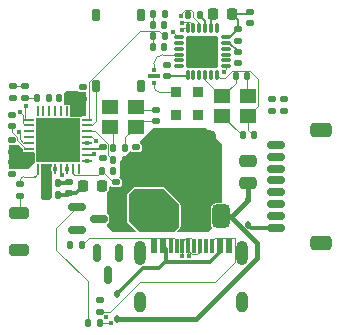
<source format=gbr>
%TF.GenerationSoftware,KiCad,Pcbnew,8.0.3-8.0.3-0~ubuntu24.04.1*%
%TF.CreationDate,2024-07-12T17:05:17+02:00*%
%TF.ProjectId,erace-rx-v2,65726163-652d-4727-982d-76322e6b6963,rev?*%
%TF.SameCoordinates,Original*%
%TF.FileFunction,Copper,L1,Top*%
%TF.FilePolarity,Positive*%
%FSLAX46Y46*%
G04 Gerber Fmt 4.6, Leading zero omitted, Abs format (unit mm)*
G04 Created by KiCad (PCBNEW 8.0.3-8.0.3-0~ubuntu24.04.1) date 2024-07-12 17:05:17*
%MOMM*%
%LPD*%
G01*
G04 APERTURE LIST*
G04 Aperture macros list*
%AMRoundRect*
0 Rectangle with rounded corners*
0 $1 Rounding radius*
0 $2 $3 $4 $5 $6 $7 $8 $9 X,Y pos of 4 corners*
0 Add a 4 corners polygon primitive as box body*
4,1,4,$2,$3,$4,$5,$6,$7,$8,$9,$2,$3,0*
0 Add four circle primitives for the rounded corners*
1,1,$1+$1,$2,$3*
1,1,$1+$1,$4,$5*
1,1,$1+$1,$6,$7*
1,1,$1+$1,$8,$9*
0 Add four rect primitives between the rounded corners*
20,1,$1+$1,$2,$3,$4,$5,0*
20,1,$1+$1,$4,$5,$6,$7,0*
20,1,$1+$1,$6,$7,$8,$9,0*
20,1,$1+$1,$8,$9,$2,$3,0*%
G04 Aperture macros list end*
%TA.AperFunction,EtchedComponent*%
%ADD10C,0.300000*%
%TD*%
%TA.AperFunction,SMDPad,CuDef*%
%ADD11RoundRect,0.140000X0.170000X-0.140000X0.170000X0.140000X-0.170000X0.140000X-0.170000X-0.140000X0*%
%TD*%
%TA.AperFunction,SMDPad,CuDef*%
%ADD12RoundRect,0.135000X0.135000X0.185000X-0.135000X0.185000X-0.135000X-0.185000X0.135000X-0.185000X0*%
%TD*%
%TA.AperFunction,SMDPad,CuDef*%
%ADD13RoundRect,0.140000X0.140000X0.170000X-0.140000X0.170000X-0.140000X-0.170000X0.140000X-0.170000X0*%
%TD*%
%TA.AperFunction,SMDPad,CuDef*%
%ADD14RoundRect,0.140000X-0.140000X-0.170000X0.140000X-0.170000X0.140000X0.170000X-0.140000X0.170000X0*%
%TD*%
%TA.AperFunction,SMDPad,CuDef*%
%ADD15R,0.600000X1.150000*%
%TD*%
%TA.AperFunction,SMDPad,CuDef*%
%ADD16R,0.300000X1.150000*%
%TD*%
%TA.AperFunction,ComponentPad*%
%ADD17O,1.000000X2.100000*%
%TD*%
%TA.AperFunction,ComponentPad*%
%ADD18O,1.000000X1.800000*%
%TD*%
%TA.AperFunction,SMDPad,CuDef*%
%ADD19R,1.400000X1.200000*%
%TD*%
%TA.AperFunction,SMDPad,CuDef*%
%ADD20R,0.450000X0.300000*%
%TD*%
%TA.AperFunction,SMDPad,CuDef*%
%ADD21R,0.300000X0.450000*%
%TD*%
%TA.AperFunction,SMDPad,CuDef*%
%ADD22RoundRect,0.135000X-0.135000X-0.185000X0.135000X-0.185000X0.135000X0.185000X-0.135000X0.185000X0*%
%TD*%
%TA.AperFunction,SMDPad,CuDef*%
%ADD23RoundRect,0.135000X0.185000X-0.135000X0.185000X0.135000X-0.185000X0.135000X-0.185000X-0.135000X0*%
%TD*%
%TA.AperFunction,SMDPad,CuDef*%
%ADD24RoundRect,0.135000X-0.185000X0.135000X-0.185000X-0.135000X0.185000X-0.135000X0.185000X0.135000X0*%
%TD*%
%TA.AperFunction,SMDPad,CuDef*%
%ADD25RoundRect,0.150000X0.625000X-0.150000X0.625000X0.150000X-0.625000X0.150000X-0.625000X-0.150000X0*%
%TD*%
%TA.AperFunction,SMDPad,CuDef*%
%ADD26RoundRect,0.250000X0.650000X-0.350000X0.650000X0.350000X-0.650000X0.350000X-0.650000X-0.350000X0*%
%TD*%
%TA.AperFunction,SMDPad,CuDef*%
%ADD27RoundRect,0.147500X0.147500X0.172500X-0.147500X0.172500X-0.147500X-0.172500X0.147500X-0.172500X0*%
%TD*%
%TA.AperFunction,SMDPad,CuDef*%
%ADD28RoundRect,0.150000X-0.587500X-0.150000X0.587500X-0.150000X0.587500X0.150000X-0.587500X0.150000X0*%
%TD*%
%TA.AperFunction,SMDPad,CuDef*%
%ADD29RoundRect,0.218750X0.218750X0.256250X-0.218750X0.256250X-0.218750X-0.256250X0.218750X-0.256250X0*%
%TD*%
%TA.AperFunction,SMDPad,CuDef*%
%ADD30RoundRect,0.062500X0.062500X-0.337500X0.062500X0.337500X-0.062500X0.337500X-0.062500X-0.337500X0*%
%TD*%
%TA.AperFunction,SMDPad,CuDef*%
%ADD31RoundRect,0.062500X0.337500X-0.062500X0.337500X0.062500X-0.337500X0.062500X-0.337500X-0.062500X0*%
%TD*%
%TA.AperFunction,HeatsinkPad*%
%ADD32R,3.700000X3.700000*%
%TD*%
%TA.AperFunction,SMDPad,CuDef*%
%ADD33RoundRect,0.250000X0.475000X-0.250000X0.475000X0.250000X-0.475000X0.250000X-0.475000X-0.250000X0*%
%TD*%
%TA.AperFunction,SMDPad,CuDef*%
%ADD34RoundRect,0.250000X-0.475000X0.250000X-0.475000X-0.250000X0.475000X-0.250000X0.475000X0.250000X0*%
%TD*%
%TA.AperFunction,SMDPad,CuDef*%
%ADD35RoundRect,0.375000X0.375000X-0.625000X0.375000X0.625000X-0.375000X0.625000X-0.375000X-0.625000X0*%
%TD*%
%TA.AperFunction,SMDPad,CuDef*%
%ADD36RoundRect,0.500000X1.400000X-0.500000X1.400000X0.500000X-1.400000X0.500000X-1.400000X-0.500000X0*%
%TD*%
%TA.AperFunction,SMDPad,CuDef*%
%ADD37RoundRect,0.140000X-0.170000X0.140000X-0.170000X-0.140000X0.170000X-0.140000X0.170000X0.140000X0*%
%TD*%
%TA.AperFunction,SMDPad,CuDef*%
%ADD38RoundRect,0.250000X-0.600000X0.250000X-0.600000X-0.250000X0.600000X-0.250000X0.600000X0.250000X0*%
%TD*%
%TA.AperFunction,SMDPad,CuDef*%
%ADD39RoundRect,0.187500X0.187500X-0.312500X0.187500X0.312500X-0.187500X0.312500X-0.187500X-0.312500X0*%
%TD*%
%TA.AperFunction,SMDPad,CuDef*%
%ADD40R,0.863600X0.863600*%
%TD*%
%TA.AperFunction,SMDPad,CuDef*%
%ADD41RoundRect,0.112500X-0.112500X0.187500X-0.112500X-0.187500X0.112500X-0.187500X0.112500X0.187500X0*%
%TD*%
%TA.AperFunction,SMDPad,CuDef*%
%ADD42RoundRect,0.147500X-0.172500X0.147500X-0.172500X-0.147500X0.172500X-0.147500X0.172500X0.147500X0*%
%TD*%
%TA.AperFunction,SMDPad,CuDef*%
%ADD43RoundRect,0.150000X-0.150000X0.587500X-0.150000X-0.587500X0.150000X-0.587500X0.150000X0.587500X0*%
%TD*%
%TA.AperFunction,SMDPad,CuDef*%
%ADD44RoundRect,0.225000X-0.225000X-0.250000X0.225000X-0.250000X0.225000X0.250000X-0.225000X0.250000X0*%
%TD*%
%TA.AperFunction,SMDPad,CuDef*%
%ADD45RoundRect,0.135000X-1.215000X-1.215000X1.215000X-1.215000X1.215000X1.215000X-1.215000X1.215000X0*%
%TD*%
%TA.AperFunction,SMDPad,CuDef*%
%ADD46RoundRect,0.060000X-0.090000X-0.340000X0.090000X-0.340000X0.090000X0.340000X-0.090000X0.340000X0*%
%TD*%
%TA.AperFunction,SMDPad,CuDef*%
%ADD47RoundRect,0.060000X0.340000X-0.090000X0.340000X0.090000X-0.340000X0.090000X-0.340000X-0.090000X0*%
%TD*%
%TA.AperFunction,SMDPad,CuDef*%
%ADD48RoundRect,0.060000X0.090000X0.340000X-0.090000X0.340000X-0.090000X-0.340000X0.090000X-0.340000X0*%
%TD*%
%TA.AperFunction,SMDPad,CuDef*%
%ADD49RoundRect,0.060000X-0.340000X0.090000X-0.340000X-0.090000X0.340000X-0.090000X0.340000X0.090000X0*%
%TD*%
%TA.AperFunction,SMDPad,CuDef*%
%ADD50RoundRect,0.112500X0.112500X-0.187500X0.112500X0.187500X-0.112500X0.187500X-0.112500X-0.187500X0*%
%TD*%
%TA.AperFunction,SMDPad,CuDef*%
%ADD51RoundRect,0.250000X-0.250000X-0.475000X0.250000X-0.475000X0.250000X0.475000X-0.250000X0.475000X0*%
%TD*%
%TA.AperFunction,ViaPad*%
%ADD52C,0.450000*%
%TD*%
%TA.AperFunction,Conductor*%
%ADD53C,0.200000*%
%TD*%
%TA.AperFunction,Conductor*%
%ADD54C,0.090000*%
%TD*%
%TA.AperFunction,Conductor*%
%ADD55C,0.100000*%
%TD*%
%TA.AperFunction,Conductor*%
%ADD56C,0.400000*%
%TD*%
%TA.AperFunction,Conductor*%
%ADD57C,0.120000*%
%TD*%
%TA.AperFunction,Conductor*%
%ADD58C,0.350000*%
%TD*%
G04 APERTURE END LIST*
D10*
%TO.C,FL1*%
X61925000Y-55100000D02*
X61275000Y-55100000D01*
%TD*%
D11*
%TO.P,C11,1*%
%TO.N,+3V3*%
X54400000Y-65000000D03*
%TO.P,C11,2*%
%TO.N,GND*%
X54400000Y-64040000D03*
%TD*%
D12*
%TO.P,R2,1*%
%TO.N,+3V3*%
X59160000Y-62150000D03*
%TO.P,R2,2*%
%TO.N,/IO8*%
X58140000Y-62150000D03*
%TD*%
D13*
%TO.P,C13,1*%
%TO.N,+3V3*%
X65480000Y-49900000D03*
%TO.P,C13,2*%
%TO.N,GND*%
X64520000Y-49900000D03*
%TD*%
D14*
%TO.P,C1,1*%
%TO.N,/EN*%
X57170000Y-63150000D03*
%TO.P,C1,2*%
%TO.N,GND*%
X58130000Y-63150000D03*
%TD*%
D15*
%TO.P,J2,A1,GND*%
%TO.N,GND*%
X61570000Y-69465000D03*
%TO.P,J2,A4,VBUS*%
%TO.N,+5V0_USB*%
X62370000Y-69465000D03*
D16*
%TO.P,J2,A5,CC1*%
%TO.N,Net-(J2-CC1)*%
X63520000Y-69465000D03*
%TO.P,J2,A6,D+*%
%TO.N,/USBD+*%
X64520000Y-69465000D03*
%TO.P,J2,A7,D-*%
%TO.N,/USBD-*%
X65020000Y-69465000D03*
%TO.P,J2,A8,SBU1*%
%TO.N,unconnected-(J2-SBU1-PadA8)*%
X66020000Y-69465000D03*
D15*
%TO.P,J2,A9,VBUS*%
%TO.N,+5V0_USB*%
X67170000Y-69465000D03*
%TO.P,J2,A12,GND*%
%TO.N,GND*%
X67970000Y-69465000D03*
%TO.P,J2,B1,GND*%
X67970000Y-69465000D03*
%TO.P,J2,B4,VBUS*%
%TO.N,+5V0_USB*%
X67170000Y-69465000D03*
D16*
%TO.P,J2,B5,CC2*%
%TO.N,Net-(J2-CC2)*%
X66520000Y-69465000D03*
%TO.P,J2,B6,D+*%
%TO.N,/USBD+*%
X65520000Y-69465000D03*
%TO.P,J2,B7,D-*%
%TO.N,/USBD-*%
X64020000Y-69465000D03*
%TO.P,J2,B8,SBU2*%
%TO.N,unconnected-(J2-SBU2-PadB8)*%
X63020000Y-69465000D03*
D15*
%TO.P,J2,B9,VBUS*%
%TO.N,+5V0_USB*%
X62370000Y-69465000D03*
%TO.P,J2,B12,GND*%
%TO.N,GND*%
X61570000Y-69465000D03*
D17*
%TO.P,J2,S1,SHIELD*%
X60450000Y-70040000D03*
D18*
X60450000Y-74190000D03*
D17*
X69090000Y-70040000D03*
D18*
X69090000Y-74190000D03*
%TD*%
D19*
%TO.P,Y2,1,1*%
%TO.N,GND*%
X69600000Y-56750000D03*
%TO.P,Y2,2,2*%
%TO.N,Net-(RF1-XTA)*%
X67400000Y-56750000D03*
%TO.P,Y2,3,3*%
%TO.N,GND*%
X67400000Y-58450000D03*
%TO.P,Y2,4,4*%
%TO.N,Net-(RF1-XTB)*%
X69600000Y-58450000D03*
%TD*%
D11*
%TO.P,C2,1*%
%TO.N,GND*%
X57250000Y-62030000D03*
%TO.P,C2,2*%
%TO.N,+3V3*%
X57250000Y-61070000D03*
%TD*%
D20*
%TO.P,FL1,1,GND*%
%TO.N,GND*%
X61925000Y-55100000D03*
D21*
%TO.P,FL1,2,OUT*%
%TO.N,Net-(FL1-OUT)*%
X61600000Y-55675000D03*
D20*
%TO.P,FL1,3,GND*%
%TO.N,GND*%
X61275000Y-55100000D03*
D21*
%TO.P,FL1,4,IN*%
%TO.N,Net-(FL1-IN)*%
X61600000Y-54525000D03*
%TD*%
D12*
%TO.P,R13,1*%
%TO.N,/USBD-*%
X57010000Y-76000000D03*
%TO.P,R13,2*%
%TO.N,/CH_4*%
X55990000Y-76000000D03*
%TD*%
D22*
%TO.P,R6,1*%
%TO.N,/IO2*%
X51690000Y-56900000D03*
%TO.P,R6,2*%
%TO.N,GND*%
X52710000Y-56900000D03*
%TD*%
%TO.P,R9,1*%
%TO.N,GND*%
X54500000Y-69350000D03*
%TO.P,R9,2*%
%TO.N,Net-(J2-CC1)*%
X55520000Y-69350000D03*
%TD*%
D23*
%TO.P,R3,1*%
%TO.N,+3V3*%
X60100000Y-62110000D03*
%TO.P,R3,2*%
%TO.N,/IO9*%
X60100000Y-61090000D03*
%TD*%
D24*
%TO.P,R10,1*%
%TO.N,GND*%
X57000000Y-73990000D03*
%TO.P,R10,2*%
%TO.N,Net-(J2-CC2)*%
X57000000Y-75010000D03*
%TD*%
D14*
%TO.P,C8,1*%
%TO.N,Net-(U1-XTAL_N)*%
X58170000Y-61150000D03*
%TO.P,C8,2*%
%TO.N,GND*%
X59130000Y-61150000D03*
%TD*%
D25*
%TO.P,J1,1,Pin_1*%
%TO.N,VCC*%
X71900000Y-67900000D03*
%TO.P,J1,2,Pin_2*%
%TO.N,GND*%
X71900000Y-66900000D03*
%TO.P,J1,3,Pin_3*%
%TO.N,/ESC_Current*%
X71900000Y-65900000D03*
%TO.P,J1,4,Pin_4*%
%TO.N,/ESC_Telemetry*%
X71900000Y-64900000D03*
%TO.P,J1,5,Pin_5*%
%TO.N,/IO20*%
X71900000Y-63900000D03*
%TO.P,J1,6,Pin_6*%
%TO.N,/IO21*%
X71900000Y-62900000D03*
%TO.P,J1,7,Pin_7*%
%TO.N,/IO3*%
X71900000Y-61900000D03*
%TO.P,J1,8,Pin_8*%
%TO.N,/CH_4*%
X71900000Y-60900000D03*
D26*
%TO.P,J1,MP,MountPin*%
%TO.N,GND*%
X75775000Y-69200000D03*
X75775000Y-59600000D03*
%TD*%
D14*
%TO.P,C10,1*%
%TO.N,VDD3P3*%
X52520000Y-64100000D03*
%TO.P,C10,2*%
%TO.N,GND*%
X53480000Y-64100000D03*
%TD*%
%TO.P,C4,1*%
%TO.N,GND*%
X53570000Y-56900000D03*
%TO.P,C4,2*%
%TO.N,+3V3*%
X54530000Y-56900000D03*
%TD*%
D12*
%TO.P,R11,1*%
%TO.N,/IO10*%
X62510000Y-51700000D03*
%TO.P,R11,2*%
%TO.N,Net-(D1-A)*%
X61490000Y-51700000D03*
%TD*%
D27*
%TO.P,D3,1,K*%
%TO.N,GND*%
X62485000Y-50750000D03*
%TO.P,D3,2,A*%
%TO.N,Net-(D3-A)*%
X61515000Y-50750000D03*
%TD*%
D12*
%TO.P,R4,1*%
%TO.N,+3V3*%
X62510000Y-49800000D03*
%TO.P,R4,2*%
%TO.N,Net-(D3-A)*%
X61490000Y-49800000D03*
%TD*%
D28*
%TO.P,Q2,1,G*%
%TO.N,/CH_4*%
X55062500Y-66187500D03*
%TO.P,Q2,2,S*%
%TO.N,GND*%
X55062500Y-68087500D03*
%TO.P,Q2,3,D*%
%TO.N,Net-(Q2-D)*%
X56937500Y-67137500D03*
%TD*%
D29*
%TO.P,L5,1,1*%
%TO.N,Net-(RF1-DCC_FB)*%
X68187500Y-49800000D03*
%TO.P,L5,2,2*%
%TO.N,Net-(RF1-DCC_SW)*%
X66612500Y-49800000D03*
%TD*%
D24*
%TO.P,R8,1*%
%TO.N,+3V3*%
X71600000Y-56990000D03*
%TO.P,R8,2*%
%TO.N,Net-(P4-Pad1)*%
X71600000Y-58010000D03*
%TD*%
D30*
%TO.P,U1,1,LNA_IN*%
%TO.N,Net-(U1-LNA_IN)*%
X51750000Y-62950000D03*
%TO.P,U1,2,VDD3P3*%
%TO.N,VDD3P3*%
X52250000Y-62950000D03*
%TO.P,U1,3,VDD3P3*%
X52750000Y-62950000D03*
%TO.P,U1,4,XTAL_32K_P*%
%TO.N,/IO0*%
X53250000Y-62950000D03*
%TO.P,U1,5,XTAL_32K_N*%
%TO.N,/IO1*%
X53750000Y-62950000D03*
%TO.P,U1,6,GPIO2*%
%TO.N,/IO2*%
X54250000Y-62950000D03*
%TO.P,U1,7,CHIP_EN*%
%TO.N,/EN*%
X54750000Y-62950000D03*
%TO.P,U1,8,GPIO3*%
%TO.N,/IO3*%
X55250000Y-62950000D03*
D31*
%TO.P,U1,9,MTMS*%
%TO.N,/SS*%
X55950000Y-62250000D03*
%TO.P,U1,10,MTDI*%
%TO.N,/MISO*%
X55950000Y-61750000D03*
%TO.P,U1,11,VDD3P3_RTC*%
%TO.N,+3V3*%
X55950000Y-61250000D03*
%TO.P,U1,12,MTCK*%
%TO.N,/SCK*%
X55950000Y-60750000D03*
%TO.P,U1,13,MTDO*%
%TO.N,/MOSI*%
X55950000Y-60250000D03*
%TO.P,U1,14,GPIO8*%
%TO.N,/IO8*%
X55950000Y-59750000D03*
%TO.P,U1,15,GPIO9*%
%TO.N,/IO9*%
X55950000Y-59250000D03*
%TO.P,U1,16,GPIO10*%
%TO.N,/IO10*%
X55950000Y-58750000D03*
D30*
%TO.P,U1,17,VDD3P3_CPU*%
%TO.N,+3V3*%
X55250000Y-58050000D03*
%TO.P,U1,18,VDD_SPI*%
X54750000Y-58050000D03*
%TO.P,U1,19,SPIHD*%
%TO.N,unconnected-(U1-SPIHD-Pad19)*%
X54250000Y-58050000D03*
%TO.P,U1,20,SPIWP*%
%TO.N,unconnected-(U1-SPIWP-Pad20)*%
X53750000Y-58050000D03*
%TO.P,U1,21,SPICS0*%
%TO.N,unconnected-(U1-SPICS0-Pad21)*%
X53250000Y-58050000D03*
%TO.P,U1,22,SPICLK*%
%TO.N,unconnected-(U1-SPICLK-Pad22)*%
X52750000Y-58050000D03*
%TO.P,U1,23,SPID*%
%TO.N,unconnected-(U1-SPID-Pad23)*%
X52250000Y-58050000D03*
%TO.P,U1,24,SPIQ*%
%TO.N,unconnected-(U1-SPIQ-Pad24)*%
X51750000Y-58050000D03*
D31*
%TO.P,U1,25,GPIO18*%
%TO.N,/USBD-*%
X51050000Y-58750000D03*
%TO.P,U1,26,GPIO19*%
%TO.N,/USBD+*%
X51050000Y-59250000D03*
%TO.P,U1,27,U0RXD*%
%TO.N,/IO20*%
X51050000Y-59750000D03*
%TO.P,U1,28,U0TXD*%
%TO.N,/IO21*%
X51050000Y-60250000D03*
%TO.P,U1,29,XTAL_N*%
%TO.N,Net-(U1-XTAL_N)*%
X51050000Y-60750000D03*
%TO.P,U1,30,XTAL_P*%
%TO.N,Net-(U1-XTAL_P)*%
X51050000Y-61250000D03*
%TO.P,U1,31,VDDA*%
%TO.N,+3V3*%
X51050000Y-61750000D03*
%TO.P,U1,32,VDDA*%
X51050000Y-62250000D03*
D32*
%TO.P,U1,33,GND*%
%TO.N,GND*%
X53500000Y-60500000D03*
%TD*%
D33*
%TO.P,C20,1*%
%TO.N,Net-(D2-K)*%
X69600000Y-64150000D03*
%TO.P,C20,2*%
%TO.N,GND*%
X69600000Y-62250000D03*
%TD*%
D34*
%TO.P,C26,1*%
%TO.N,+3V3*%
X60400000Y-63450000D03*
%TO.P,C26,2*%
%TO.N,GND*%
X60400000Y-65350000D03*
%TD*%
D35*
%TO.P,U2,1,GND*%
%TO.N,GND*%
X62700000Y-66950000D03*
%TO.P,U2,2,VO*%
%TO.N,+3V3*%
X65000000Y-66950000D03*
D36*
X65000000Y-60650000D03*
D35*
%TO.P,U2,3,VI*%
%TO.N,Net-(D2-K)*%
X67300000Y-66950000D03*
%TD*%
D27*
%TO.P,L1,1,1*%
%TO.N,+3V3*%
X53485000Y-65100000D03*
%TO.P,L1,2,2*%
%TO.N,VDD3P3*%
X52515000Y-65100000D03*
%TD*%
D37*
%TO.P,C7,1*%
%TO.N,Net-(C7-Pad1)*%
X61800000Y-57920000D03*
%TO.P,C7,2*%
%TO.N,GND*%
X61800000Y-58880000D03*
%TD*%
D38*
%TO.P,AE1,1,A*%
%TO.N,Net-(AE1-A)*%
X50180000Y-66625000D03*
%TO.P,AE1,2,Shield*%
%TO.N,unconnected-(AE1-Shield-Pad2)*%
X50180000Y-69825000D03*
%TD*%
D39*
%TO.P,BN1,1*%
%TO.N,/IO9*%
X56725000Y-55913197D03*
%TO.P,BN1,2*%
%TO.N,unconnected-(BN1-Pad2)*%
X56725000Y-49913197D03*
%TO.P,BN1,3*%
%TO.N,GND*%
X60475000Y-55913197D03*
%TO.P,BN1,4*%
X60475000Y-49913197D03*
%TD*%
D40*
%TO.P,AE2,1*%
%TO.N,Net-(FL1-OUT)*%
X63434800Y-56435001D03*
%TO.P,AE2,2,NC*%
%TO.N,unconnected-(AE2-NC-Pad2)*%
X63434800Y-58364999D03*
%TO.P,AE2,3,NC*%
%TO.N,unconnected-(AE2-NC-Pad3)*%
X65365200Y-58364999D03*
%TO.P,AE2,4,NC*%
%TO.N,unconnected-(AE2-NC-Pad4)*%
X65365200Y-56435001D03*
%TD*%
D24*
%TO.P,R12,1*%
%TO.N,+3V3*%
X72600000Y-56990000D03*
%TO.P,R12,2*%
%TO.N,Net-(P3-Pad1)*%
X72600000Y-58010000D03*
%TD*%
%TO.P,R5,1*%
%TO.N,Net-(R5-Pad1)*%
X50700000Y-55890000D03*
%TO.P,R5,2*%
%TO.N,/IO2*%
X50700000Y-56910000D03*
%TD*%
D37*
%TO.P,C5,1*%
%TO.N,GND*%
X49600000Y-60520000D03*
%TO.P,C5,2*%
%TO.N,+3V3*%
X49600000Y-61480000D03*
%TD*%
%TO.P,C12,1*%
%TO.N,+3V3*%
X68700000Y-53020000D03*
%TO.P,C12,2*%
%TO.N,GND*%
X68700000Y-53980000D03*
%TD*%
%TO.P,C3,1*%
%TO.N,GND*%
X55600000Y-56020000D03*
%TO.P,C3,2*%
%TO.N,+3V3*%
X55600000Y-56980000D03*
%TD*%
D41*
%TO.P,D2,1,K*%
%TO.N,Net-(D2-K)*%
X69600000Y-65550000D03*
%TO.P,D2,2,A*%
%TO.N,VCC*%
X69600000Y-67650000D03*
%TD*%
D11*
%TO.P,C16,1*%
%TO.N,GND*%
X69700000Y-50580000D03*
%TO.P,C16,2*%
%TO.N,Net-(RF1-DCC_FB)*%
X69700000Y-49620000D03*
%TD*%
D13*
%TO.P,C18,1*%
%TO.N,Net-(RF1-XTB)*%
X70080000Y-60100000D03*
%TO.P,C18,2*%
%TO.N,GND*%
X69120000Y-60100000D03*
%TD*%
D37*
%TO.P,C15,1*%
%TO.N,Net-(RF1-DCC_FB)*%
X68700000Y-51120000D03*
%TO.P,C15,2*%
%TO.N,GND*%
X68700000Y-52080000D03*
%TD*%
D42*
%TO.P,L2,1,1*%
%TO.N,Net-(U1-LNA_IN)*%
X50300000Y-64215000D03*
%TO.P,L2,2,2*%
%TO.N,Net-(AE1-A)*%
X50300000Y-65185000D03*
%TD*%
D11*
%TO.P,C6,1*%
%TO.N,GND*%
X49600000Y-63330000D03*
%TO.P,C6,2*%
%TO.N,+3V3*%
X49600000Y-62370000D03*
%TD*%
D27*
%TO.P,D1,1,K*%
%TO.N,GND*%
X62485000Y-52650000D03*
%TO.P,D1,2,A*%
%TO.N,Net-(D1-A)*%
X61515000Y-52650000D03*
%TD*%
D43*
%TO.P,Q1,1,G*%
%TO.N,/IO3*%
X58650000Y-70062500D03*
%TO.P,Q1,2,S*%
%TO.N,GND*%
X56750000Y-70062500D03*
%TO.P,Q1,3,D*%
%TO.N,Net-(Q1-D)*%
X57700000Y-71937500D03*
%TD*%
D23*
%TO.P,R7,1*%
%TO.N,VCC*%
X49700000Y-56910000D03*
%TO.P,R7,2*%
%TO.N,Net-(R5-Pad1)*%
X49700000Y-55890000D03*
%TD*%
D44*
%TO.P,C9,1*%
%TO.N,+3V3*%
X55625000Y-64400000D03*
%TO.P,C9,2*%
%TO.N,GND*%
X57175000Y-64400000D03*
%TD*%
D45*
%TO.P,RF1,0,GND*%
%TO.N,GND*%
X65700000Y-53000000D03*
D46*
%TO.P,RF1,1,VR_PA*%
%TO.N,Net-(RF1-VR_PA)*%
X64450000Y-55000000D03*
%TO.P,RF1,2,VDD_IN*%
%TO.N,Net-(RF1-DCC_FB)*%
X64950000Y-55000000D03*
%TO.P,RF1,3,NRESET*%
%TO.N,/IO8*%
X65450000Y-55000000D03*
%TO.P,RF1,4,XTA*%
%TO.N,Net-(RF1-XTA)*%
X65950000Y-55000000D03*
%TO.P,RF1,5,GND*%
%TO.N,GND*%
X66450000Y-55000000D03*
%TO.P,RF1,6,XTB*%
%TO.N,Net-(RF1-XTB)*%
X66950000Y-55000000D03*
D47*
%TO.P,RF1,7,BUSY*%
%TO.N,/IO0*%
X67700000Y-54250000D03*
%TO.P,RF1,8,DIO1*%
%TO.N,/IO1*%
X67700000Y-53750000D03*
%TO.P,RF1,9,DIO2*%
%TO.N,unconnected-(RF1-DIO2-Pad9)*%
X67700000Y-53250000D03*
%TO.P,RF1,10,DIO3*%
%TO.N,unconnected-(RF1-DIO3-Pad10)*%
X67700000Y-52750000D03*
%TO.P,RF1,11,VBAT_IO*%
%TO.N,+3V3*%
X67700000Y-52250000D03*
%TO.P,RF1,12,DCC_FB*%
%TO.N,Net-(RF1-DCC_FB)*%
X67700000Y-51750000D03*
D48*
%TO.P,RF1,13,GND*%
%TO.N,GND*%
X66950000Y-51000000D03*
%TO.P,RF1,14,DCC_SW*%
%TO.N,Net-(RF1-DCC_SW)*%
X66450000Y-51000000D03*
%TO.P,RF1,15,VBAT*%
%TO.N,+3V3*%
X65950000Y-51000000D03*
%TO.P,RF1,16,MISO_TX*%
%TO.N,/MISO*%
X65450000Y-51000000D03*
%TO.P,RF1,17,MISO_RX*%
%TO.N,/MOSI*%
X64950000Y-51000000D03*
%TO.P,RF1,18,SCK_RTSN*%
%TO.N,/SCK*%
X64450000Y-51000000D03*
D49*
%TO.P,RF1,19,NSS_CTS*%
%TO.N,/SS*%
X63700000Y-51750000D03*
%TO.P,RF1,20,GND*%
%TO.N,GND*%
X63700000Y-52250000D03*
%TO.P,RF1,21,GND*%
X63700000Y-52750000D03*
%TO.P,RF1,22,RFIO*%
%TO.N,Net-(FL1-IN)*%
X63700000Y-53250000D03*
%TO.P,RF1,23,GND*%
%TO.N,GND*%
X63700000Y-53750000D03*
%TO.P,RF1,24,GND*%
X63700000Y-54250000D03*
%TD*%
D19*
%TO.P,Y1,1,1*%
%TO.N,Net-(U1-XTAL_N)*%
X57850000Y-59350000D03*
%TO.P,Y1,2,2*%
%TO.N,GND*%
X60050000Y-59350000D03*
%TO.P,Y1,3,3*%
%TO.N,Net-(C7-Pad1)*%
X60050000Y-57650000D03*
%TO.P,Y1,4,4*%
%TO.N,GND*%
X57850000Y-57650000D03*
%TD*%
D37*
%TO.P,C14,1*%
%TO.N,GND*%
X62700000Y-54120000D03*
%TO.P,C14,2*%
%TO.N,Net-(RF1-VR_PA)*%
X62700000Y-55080000D03*
%TD*%
D14*
%TO.P,C17,1*%
%TO.N,Net-(RF1-XTA)*%
X68520000Y-55100000D03*
%TO.P,C17,2*%
%TO.N,GND*%
X69480000Y-55100000D03*
%TD*%
D42*
%TO.P,L4,1,1*%
%TO.N,Net-(C7-Pad1)*%
X49600000Y-58365000D03*
%TO.P,L4,2,2*%
%TO.N,Net-(U1-XTAL_P)*%
X49600000Y-59335000D03*
%TD*%
D50*
%TO.P,D4,1,K*%
%TO.N,Net-(D2-K)*%
X58500000Y-75650000D03*
%TO.P,D4,2,A*%
%TO.N,+5V0_USB*%
X58500000Y-73550000D03*
%TD*%
D51*
%TO.P,C27,1*%
%TO.N,+3V3*%
X58750000Y-67200000D03*
%TO.P,C27,2*%
%TO.N,GND*%
X60650000Y-67200000D03*
%TD*%
D24*
%TO.P,R1,1*%
%TO.N,/EN*%
X58400000Y-64080000D03*
%TO.P,R1,2*%
%TO.N,+3V3*%
X58400000Y-65100000D03*
%TD*%
D52*
%TO.N,/SS*%
X63200000Y-51350000D03*
X55950000Y-62250000D03*
%TO.N,/MISO*%
X56550000Y-61700000D03*
X63889806Y-50003154D03*
%TO.N,/SCK*%
X63950000Y-51150000D03*
X55950000Y-60750000D03*
%TO.N,/MOSI*%
X63950000Y-50574997D03*
X56700000Y-60600000D03*
%TO.N,/IO1*%
X53800000Y-63450000D03*
%TO.N,Net-(C7-Pad1)*%
X60050000Y-57650000D03*
X49600000Y-58365000D03*
%TO.N,Net-(U1-XTAL_N)*%
X57850000Y-59350000D03*
X50200000Y-59800000D03*
%TO.N,+3V3*%
X53485000Y-65100000D03*
X54400000Y-65000000D03*
X55625000Y-64400000D03*
%TO.N,Net-(RF1-DCC_FB)*%
X68700000Y-51120000D03*
X64950000Y-55000000D03*
%TO.N,/IO2*%
X54250000Y-62950000D03*
X51690000Y-56900000D03*
%TO.N,/IO0*%
X67500000Y-54700000D03*
X53250000Y-62950000D03*
%TO.N,/IO1*%
X67900000Y-53750000D03*
%TO.N,/USBD-*%
X57950000Y-76000000D03*
X50760830Y-57629719D03*
X64000000Y-70300000D03*
%TO.N,/USBD+*%
X50265854Y-58124695D03*
X64575003Y-70300000D03*
X57567763Y-75499031D03*
%TD*%
D53*
%TO.N,Net-(RF1-DCC_FB)*%
X68700000Y-51120000D02*
X68070000Y-51750000D01*
X68700000Y-51120000D02*
X68700000Y-50312500D01*
X68070000Y-51750000D02*
X67700000Y-51750000D01*
X68700000Y-50312500D02*
X68187500Y-49800000D01*
D54*
%TO.N,/IO0*%
X67700000Y-54250000D02*
X67700000Y-54500000D01*
X67700000Y-54500000D02*
X67500000Y-54700000D01*
D55*
%TO.N,Net-(RF1-XTB)*%
X69600000Y-58450000D02*
X70440000Y-57610000D01*
X68250000Y-54650000D02*
X67650000Y-55250000D01*
X70440000Y-57610000D02*
X70440000Y-55350140D01*
X70440000Y-55350140D02*
X69739860Y-54650000D01*
X69739860Y-54650000D02*
X68250000Y-54650000D01*
X67650000Y-55250000D02*
X67200000Y-55250000D01*
X67200000Y-55250000D02*
X66950000Y-55000000D01*
D54*
%TO.N,/SS*%
X63700000Y-51750000D02*
X63600000Y-51750000D01*
X63600000Y-51750000D02*
X63200000Y-51350000D01*
%TO.N,/MISO*%
X65450000Y-51000000D02*
X65450000Y-50600001D01*
X65450000Y-50600001D02*
X64935000Y-50085001D01*
X64935000Y-50085001D02*
X64935000Y-49612212D01*
X64935000Y-49612212D02*
X64777788Y-49455000D01*
X64777788Y-49455000D02*
X64262212Y-49455000D01*
X64262212Y-49455000D02*
X63889806Y-49827406D01*
X63889806Y-49827406D02*
X63889806Y-50003154D01*
%TO.N,/MOSI*%
X63950000Y-50574997D02*
X64059997Y-50465000D01*
X64059997Y-50465000D02*
X64622432Y-50465000D01*
X64622432Y-50465000D02*
X64950000Y-50792568D01*
X64950000Y-50792568D02*
X64950000Y-51000000D01*
%TO.N,/SCK*%
X64450000Y-51000000D02*
X64100000Y-51000000D01*
X64100000Y-51000000D02*
X63950000Y-51150000D01*
%TO.N,Net-(J2-CC2)*%
X57000000Y-75010000D02*
X57890000Y-75010000D01*
X57890000Y-75010000D02*
X60400000Y-72500000D01*
X60400000Y-72500000D02*
X66800000Y-72500000D01*
X66520000Y-69040000D02*
X66520000Y-69465000D01*
X66800000Y-72500000D02*
X68450000Y-70850000D01*
X68450000Y-68800000D02*
X68400000Y-68750000D01*
X68450000Y-70850000D02*
X68450000Y-68800000D01*
X68400000Y-68750000D02*
X66810000Y-68750000D01*
X66810000Y-68750000D02*
X66520000Y-69040000D01*
D56*
%TO.N,Net-(D2-K)*%
X68200000Y-66950000D02*
X68200000Y-67122340D01*
X68200000Y-67122340D02*
X70300000Y-69222340D01*
X70300000Y-69222340D02*
X70300000Y-70497229D01*
X70300000Y-70497229D02*
X65147229Y-75650000D01*
X65147229Y-75650000D02*
X58500000Y-75650000D01*
D54*
%TO.N,/MOSI*%
X56700000Y-60600000D02*
X56350000Y-60250000D01*
X56350000Y-60250000D02*
X55950000Y-60250000D01*
%TO.N,/MISO*%
X56550000Y-61700000D02*
X56000000Y-61700000D01*
X56000000Y-61700000D02*
X55950000Y-61750000D01*
%TO.N,/IO1*%
X53750000Y-63400000D02*
X53800000Y-63450000D01*
X53750000Y-62950000D02*
X53750000Y-63400000D01*
D57*
%TO.N,Net-(AE1-A)*%
X50300000Y-65185000D02*
X50300000Y-66505000D01*
X50300000Y-66505000D02*
G75*
G02*
X50180000Y-66625000I-120000J0D01*
G01*
D54*
%TO.N,GND*%
X69480000Y-56630000D02*
X69600000Y-56750000D01*
X61800000Y-58880000D02*
X60520000Y-58880000D01*
X69480000Y-55100000D02*
X69480000Y-56630000D01*
D58*
X54340000Y-64100000D02*
X54400000Y-64040000D01*
X53480000Y-64100000D02*
X54340000Y-64100000D01*
D54*
X59130000Y-60270000D02*
X60050000Y-59350000D01*
X59130000Y-61150000D02*
X59130000Y-60270000D01*
X69050000Y-60100000D02*
X67400000Y-58450000D01*
X69120000Y-60100000D02*
X69050000Y-60100000D01*
X60520000Y-58880000D02*
X60050000Y-59350000D01*
D57*
%TO.N,Net-(FL1-OUT)*%
X61600000Y-55675000D02*
X61600000Y-55973265D01*
X62061736Y-56435001D02*
X63434800Y-56435001D01*
X61600000Y-55973265D02*
G75*
G03*
X62061736Y-56435000I461700J-35D01*
G01*
D54*
%TO.N,/IO9*%
X56349999Y-59250000D02*
X56725000Y-58874999D01*
X56725000Y-58874999D02*
X56725000Y-55913197D01*
X55950000Y-59250000D02*
X56349999Y-59250000D01*
%TO.N,/EN*%
X54750000Y-62950000D02*
X54750000Y-63349999D01*
X58100000Y-64080000D02*
X58400000Y-64080000D01*
X54750000Y-63349999D02*
X54885001Y-63485000D01*
X56835000Y-63485000D02*
X57170000Y-63150000D01*
X54885001Y-63485000D02*
X56835000Y-63485000D01*
X57170000Y-63150000D02*
X58100000Y-64080000D01*
%TO.N,Net-(C7-Pad1)*%
X61800000Y-57920000D02*
X60320000Y-57920000D01*
X60320000Y-57920000D02*
X60050000Y-57650000D01*
%TO.N,Net-(U1-XTAL_N)*%
X58170000Y-59670000D02*
X57850000Y-59350000D01*
X50225000Y-60420442D02*
X50554558Y-60750000D01*
X58170000Y-61150000D02*
X58170000Y-59670000D01*
X50554558Y-60750000D02*
X51050000Y-60750000D01*
X50225000Y-59825000D02*
X50225000Y-60420442D01*
X50200000Y-59800000D02*
X50225000Y-59825000D01*
D53*
%TO.N,+3V3*%
X68700000Y-52964784D02*
X67985216Y-52250000D01*
D58*
X55625000Y-64400000D02*
X55025000Y-65000000D01*
X55025000Y-65000000D02*
X54400000Y-65000000D01*
X55625000Y-64400000D02*
X55625000Y-64400000D01*
D53*
X57250000Y-61070000D02*
X57070000Y-61250000D01*
X67985216Y-52250000D02*
X67700000Y-52250000D01*
X65480000Y-49900000D02*
X65950000Y-50370000D01*
X57070000Y-61250000D02*
X55950000Y-61250000D01*
X68700000Y-53020000D02*
X68700000Y-52964784D01*
D58*
X54300000Y-65100000D02*
X53485000Y-65100000D01*
X54400000Y-65000000D02*
X54300000Y-65100000D01*
D53*
X65950000Y-50370000D02*
X65950000Y-51000000D01*
%TO.N,Net-(RF1-VR_PA)*%
X64370000Y-55080000D02*
X64450000Y-55000000D01*
X62700000Y-55080000D02*
X64370000Y-55080000D01*
%TO.N,Net-(RF1-DCC_FB)*%
X69520000Y-49800000D02*
X69700000Y-49620000D01*
X68187500Y-49800000D02*
X69520000Y-49800000D01*
D55*
%TO.N,Net-(RF1-XTA)*%
X68520000Y-55100000D02*
X68520000Y-55630000D01*
X65950000Y-55399999D02*
X67300001Y-56750000D01*
X65950000Y-55000000D02*
X65950000Y-55399999D01*
X68520000Y-55630000D02*
X67400000Y-56750000D01*
X67300001Y-56750000D02*
X67400000Y-56750000D01*
%TO.N,Net-(RF1-XTB)*%
X69600000Y-58450000D02*
X69600000Y-59620000D01*
X69600000Y-59620000D02*
X70080000Y-60100000D01*
D58*
%TO.N,VCC*%
X71900000Y-67900000D02*
X69850000Y-67900000D01*
X69850000Y-67900000D02*
X69600000Y-67650000D01*
D55*
%TO.N,Net-(D1-A)*%
X61515000Y-51725000D02*
X61490000Y-51700000D01*
X61515000Y-52650000D02*
X61515000Y-51725000D01*
D56*
%TO.N,Net-(D2-K)*%
X68200000Y-66950000D02*
X69600000Y-65550000D01*
X69600000Y-64150000D02*
X69600000Y-65550000D01*
X67300000Y-66950000D02*
X68200000Y-66950000D01*
D54*
%TO.N,/IO10*%
X62055000Y-51245000D02*
X62510000Y-51700000D01*
X55950000Y-58750000D02*
X56075000Y-58625000D01*
X56075000Y-55601917D02*
X60431917Y-51245000D01*
X56075000Y-58625000D02*
X56075000Y-55601917D01*
X60431917Y-51245000D02*
X62055000Y-51245000D01*
D55*
%TO.N,Net-(D3-A)*%
X61490000Y-49800000D02*
X61490000Y-50725000D01*
X61490000Y-50725000D02*
X61515000Y-50750000D01*
D57*
%TO.N,Net-(FL1-IN)*%
X61600000Y-54525000D02*
X61600000Y-54021665D01*
X63700000Y-53250000D02*
X62371665Y-53250000D01*
X62371665Y-53250000D02*
G75*
G03*
X61600000Y-54021665I35J-771700D01*
G01*
D54*
%TO.N,/IO2*%
X51680000Y-56910000D02*
X51690000Y-56900000D01*
X50700000Y-56910000D02*
X51680000Y-56910000D01*
D57*
%TO.N,Net-(U1-LNA_IN)*%
X50300000Y-64215000D02*
X50300000Y-63886759D01*
X51750000Y-62950000D02*
X51750000Y-63349999D01*
X51499999Y-63600000D02*
X50586759Y-63600000D01*
X50586759Y-63600000D02*
G75*
G03*
X50300000Y-63886759I41J-286800D01*
G01*
X51750000Y-63349999D02*
G75*
G02*
X51499999Y-63600000I-250000J-1D01*
G01*
D54*
%TO.N,Net-(U1-XTAL_P)*%
X50800000Y-61250000D02*
X51050000Y-61250000D01*
X49600000Y-59335000D02*
X49600000Y-59817212D01*
X50045000Y-60262212D02*
X50045000Y-60495000D01*
X49600000Y-59817212D02*
X50045000Y-60262212D01*
X50045000Y-60495000D02*
X50800000Y-61250000D01*
D53*
%TO.N,Net-(RF1-DCC_SW)*%
X66450000Y-49962500D02*
X66450000Y-51000000D01*
X66612500Y-49800000D02*
X66450000Y-49962500D01*
D54*
%TO.N,/IO8*%
X57755000Y-60855000D02*
X56650000Y-59750000D01*
X57755000Y-61765000D02*
X57755000Y-60855000D01*
X56650000Y-59750000D02*
X55950000Y-59750000D01*
X58140000Y-62150000D02*
X57755000Y-61765000D01*
%TO.N,Net-(J2-CC1)*%
X55520000Y-69350000D02*
X56115000Y-68755000D01*
X56115000Y-68755000D02*
X63305000Y-68755000D01*
X63305000Y-68755000D02*
X63520000Y-68970000D01*
X63520000Y-68970000D02*
X63520000Y-69465000D01*
D58*
%TO.N,+5V0_USB*%
X62024949Y-71355000D02*
X60695000Y-71355000D01*
X67170000Y-69465000D02*
X67170000Y-70010051D01*
X62600330Y-69695330D02*
X62370000Y-69465000D01*
X62529949Y-70850000D02*
X62024949Y-71355000D01*
X66330051Y-70850000D02*
X62529949Y-70850000D01*
X62600330Y-70850330D02*
X62600330Y-69695330D01*
X60695000Y-71355000D02*
X58500000Y-73550000D01*
X67170000Y-70010051D02*
X66330051Y-70850000D01*
D54*
%TO.N,Net-(R5-Pad1)*%
X49700000Y-55890000D02*
X50700000Y-55890000D01*
%TO.N,/CH_4*%
X53350000Y-69800000D02*
X55990000Y-72440000D01*
X55990000Y-72440000D02*
X55990000Y-76000000D01*
X53350000Y-67900000D02*
X53350000Y-69800000D01*
X55062500Y-66187500D02*
X53350000Y-67900000D01*
%TO.N,/USBD-*%
X65020000Y-69020000D02*
X65020000Y-69465000D01*
X64020000Y-69040000D02*
X64305000Y-68755000D01*
X51050000Y-58750000D02*
X50700000Y-58750000D01*
X64020000Y-69465000D02*
X64020000Y-69040000D01*
X64020000Y-69465000D02*
X64020000Y-70280000D01*
X50700000Y-57690549D02*
X50760830Y-57629719D01*
X57950000Y-76000000D02*
X57010000Y-76000000D01*
X64020000Y-70280000D02*
X64000000Y-70300000D01*
X64305000Y-68755000D02*
X64755000Y-68755000D01*
X64755000Y-68755000D02*
X65020000Y-69020000D01*
X50700000Y-58750000D02*
X50700000Y-57690549D01*
%TO.N,/USBD+*%
X50700000Y-59250000D02*
X50515000Y-59065000D01*
X50515000Y-59065000D02*
X50515000Y-58373841D01*
X65280000Y-70175000D02*
X65520000Y-69935000D01*
X64520000Y-70244997D02*
X64575003Y-70300000D01*
X64520000Y-69465000D02*
X64520000Y-70244997D01*
X50515000Y-58373841D02*
X50265854Y-58124695D01*
X51050000Y-59250000D02*
X50700000Y-59250000D01*
X64520000Y-69465000D02*
X64520000Y-69890000D01*
X64520000Y-69890000D02*
X64805000Y-70175000D01*
X64805000Y-70175000D02*
X65280000Y-70175000D01*
X65520000Y-69935000D02*
X65520000Y-69465000D01*
%TD*%
%TA.AperFunction,Conductor*%
%TO.N,+3V3*%
G36*
X66014352Y-59464352D02*
G01*
X67335648Y-60785648D01*
X67350000Y-60820296D01*
X67350000Y-65750500D01*
X67335648Y-65785148D01*
X67301000Y-65799500D01*
X66883853Y-65799500D01*
X66799414Y-65809639D01*
X66665022Y-65862637D01*
X66549922Y-65949922D01*
X66462637Y-66065022D01*
X66409639Y-66199414D01*
X66399500Y-66283852D01*
X66399500Y-67616147D01*
X66409639Y-67700585D01*
X66409641Y-67700590D01*
X66462636Y-67834975D01*
X66480977Y-67859161D01*
X66490478Y-67895440D01*
X66476582Y-67923416D01*
X66164352Y-68235648D01*
X66129704Y-68250000D01*
X63638206Y-68250000D01*
X63603558Y-68235648D01*
X63589206Y-68201000D01*
X63603558Y-68166352D01*
X63679551Y-68090359D01*
X63795603Y-67974307D01*
X63829311Y-67923860D01*
X63843663Y-67889212D01*
X63855500Y-67829704D01*
X63855500Y-65970296D01*
X63855499Y-65970290D01*
X63843665Y-65910796D01*
X63843662Y-65910785D01*
X63829312Y-65876142D01*
X63795605Y-65825695D01*
X62524304Y-64554394D01*
X62473857Y-64520687D01*
X62439214Y-64506337D01*
X62439203Y-64506334D01*
X62379709Y-64494500D01*
X62379704Y-64494500D01*
X59970296Y-64494500D01*
X59970290Y-64494500D01*
X59910796Y-64506334D01*
X59910785Y-64506337D01*
X59876142Y-64520687D01*
X59825695Y-64554394D01*
X59354394Y-65025695D01*
X59320687Y-65076142D01*
X59306337Y-65110785D01*
X59306334Y-65110796D01*
X59294500Y-65170290D01*
X59294500Y-67279709D01*
X59306334Y-67339203D01*
X59306337Y-67339214D01*
X59320687Y-67373857D01*
X59354394Y-67424304D01*
X60096442Y-68166352D01*
X60110794Y-68201000D01*
X60096442Y-68235648D01*
X60061794Y-68250000D01*
X58170296Y-68250000D01*
X58135648Y-68235648D01*
X57664352Y-67764352D01*
X57650000Y-67729704D01*
X57650000Y-67592724D01*
X57664352Y-67558076D01*
X57679203Y-67547901D01*
X57697765Y-67539706D01*
X57777206Y-67460265D01*
X57822585Y-67357491D01*
X57825500Y-67332365D01*
X57825499Y-66942636D01*
X57822585Y-66917509D01*
X57777206Y-66814735D01*
X57777205Y-66814734D01*
X57777205Y-66814733D01*
X57697765Y-66735293D01*
X57679206Y-66727098D01*
X57653308Y-66699973D01*
X57650000Y-66682274D01*
X57650000Y-64951333D01*
X57664352Y-64916685D01*
X57709826Y-64871211D01*
X57764866Y-64758625D01*
X57775500Y-64685636D01*
X57775500Y-64544795D01*
X57789851Y-64510148D01*
X57913475Y-64386524D01*
X57948120Y-64372174D01*
X57982768Y-64386526D01*
X58050857Y-64454615D01*
X58148499Y-64497729D01*
X58148505Y-64497731D01*
X58172359Y-64500498D01*
X58172360Y-64500498D01*
X58172377Y-64500500D01*
X58627622Y-64500499D01*
X58651498Y-64497730D01*
X58749141Y-64454616D01*
X58824616Y-64379141D01*
X58867730Y-64281498D01*
X58867730Y-64281496D01*
X58867731Y-64281494D01*
X58870498Y-64257640D01*
X58870497Y-64257640D01*
X58870500Y-64257623D01*
X58870499Y-63902378D01*
X58867730Y-63878502D01*
X58824616Y-63780859D01*
X58824615Y-63780858D01*
X58824615Y-63780857D01*
X58749142Y-63705384D01*
X58749143Y-63705384D01*
X58707383Y-63686946D01*
X58681484Y-63659822D01*
X58682350Y-63622329D01*
X58692528Y-63607472D01*
X58700000Y-63600000D01*
X58700000Y-62320295D01*
X58714351Y-62285648D01*
X59431180Y-61568819D01*
X59436059Y-61564769D01*
X59437014Y-61563813D01*
X59437016Y-61563813D01*
X59513813Y-61487016D01*
X59513813Y-61487014D01*
X59514769Y-61486059D01*
X59518819Y-61481180D01*
X59608475Y-61391524D01*
X59643120Y-61377174D01*
X59677768Y-61391526D01*
X59750857Y-61464615D01*
X59848499Y-61507729D01*
X59848505Y-61507731D01*
X59872359Y-61510498D01*
X59872360Y-61510498D01*
X59872377Y-61510500D01*
X60327622Y-61510499D01*
X60351498Y-61507730D01*
X60449141Y-61464616D01*
X60524616Y-61389141D01*
X60567730Y-61291498D01*
X60567730Y-61291496D01*
X60567731Y-61291494D01*
X60570498Y-61267640D01*
X60570497Y-61267640D01*
X60570500Y-61267623D01*
X60570499Y-60912378D01*
X60567730Y-60888502D01*
X60524616Y-60790859D01*
X60524615Y-60790858D01*
X60524615Y-60790857D01*
X60449142Y-60715384D01*
X60400445Y-60693882D01*
X60374546Y-60666758D01*
X60375412Y-60629265D01*
X60385584Y-60614415D01*
X61535648Y-59464352D01*
X61570296Y-59450000D01*
X65979704Y-59450000D01*
X66014352Y-59464352D01*
G37*
%TD.AperFunction*%
%TD*%
%TA.AperFunction,Conductor*%
%TO.N,VDD3P3*%
G36*
X52967546Y-62514852D02*
G01*
X52981898Y-62549500D01*
X52980957Y-62559059D01*
X52974500Y-62591522D01*
X52974500Y-62674166D01*
X52960148Y-62708814D01*
X52942427Y-62726534D01*
X52942422Y-62726541D01*
X52888427Y-62832515D01*
X52888426Y-62832516D01*
X52888426Y-62832518D01*
X52869819Y-62950000D01*
X52888426Y-63067482D01*
X52888426Y-63067483D01*
X52888427Y-63067484D01*
X52942422Y-63173458D01*
X52942427Y-63173465D01*
X52960148Y-63191186D01*
X52974500Y-63225834D01*
X52974500Y-63308480D01*
X52986858Y-63370609D01*
X52991741Y-63377917D01*
X53000000Y-63405140D01*
X53000000Y-65279704D01*
X52985648Y-65314352D01*
X52764352Y-65535648D01*
X52729704Y-65550000D01*
X52270296Y-65550000D01*
X52235648Y-65535648D01*
X52064352Y-65364352D01*
X52050000Y-65329704D01*
X52050000Y-62549500D01*
X52064352Y-62514852D01*
X52099000Y-62500500D01*
X52932898Y-62500500D01*
X52967546Y-62514852D01*
G37*
%TD.AperFunction*%
%TD*%
%TA.AperFunction,Conductor*%
%TO.N,+3V3*%
G36*
X49385127Y-60950326D02*
G01*
X49386627Y-60950500D01*
X49813372Y-60950499D01*
X49814864Y-60950325D01*
X49820508Y-60950000D01*
X50203225Y-60950000D01*
X50237873Y-60964352D01*
X50485148Y-61211626D01*
X50499500Y-61246274D01*
X50499500Y-61333480D01*
X50511858Y-61395609D01*
X50558934Y-61466065D01*
X50600499Y-61493837D01*
X50629391Y-61513142D01*
X50691520Y-61525500D01*
X50691523Y-61525500D01*
X51408479Y-61525500D01*
X51408480Y-61525500D01*
X51440941Y-61519043D01*
X51477722Y-61526359D01*
X51498558Y-61557541D01*
X51499500Y-61567101D01*
X51499500Y-62364823D01*
X51508605Y-62410595D01*
X51501289Y-62447378D01*
X51495195Y-62454803D01*
X51064352Y-62885648D01*
X51029704Y-62900000D01*
X49820519Y-62900000D01*
X49814873Y-62899674D01*
X49813373Y-62899500D01*
X49386633Y-62899500D01*
X49386623Y-62899501D01*
X49385323Y-62899652D01*
X49385135Y-62899674D01*
X49379492Y-62900000D01*
X49349500Y-62900000D01*
X49314852Y-62885648D01*
X49300500Y-62851000D01*
X49300500Y-60999000D01*
X49314852Y-60964352D01*
X49349500Y-60950000D01*
X49379481Y-60950000D01*
X49385127Y-60950326D01*
G37*
%TD.AperFunction*%
%TD*%
%TA.AperFunction,Conductor*%
%TO.N,+3V3*%
G36*
X55176978Y-56314352D02*
G01*
X55183257Y-56323520D01*
X55183621Y-56323271D01*
X55186187Y-56327017D01*
X55262982Y-56403812D01*
X55362335Y-56447681D01*
X55362341Y-56447683D01*
X55386609Y-56450498D01*
X55386610Y-56450498D01*
X55386627Y-56450500D01*
X55813372Y-56450499D01*
X55824854Y-56449167D01*
X55860925Y-56459431D01*
X55879174Y-56492195D01*
X55879500Y-56497841D01*
X55879500Y-58425500D01*
X55865148Y-58460148D01*
X55830500Y-58474500D01*
X55591520Y-58474500D01*
X55544923Y-58483768D01*
X55529390Y-58486858D01*
X55522082Y-58491742D01*
X55494859Y-58500000D01*
X55372159Y-58500000D01*
X55367235Y-58499516D01*
X55367214Y-58499736D01*
X55364821Y-58499500D01*
X55364820Y-58499500D01*
X55364818Y-58499500D01*
X54567102Y-58499500D01*
X54532454Y-58485148D01*
X54518102Y-58450500D01*
X54519043Y-58440941D01*
X54525500Y-58408480D01*
X54525500Y-57691520D01*
X54513142Y-57629391D01*
X54497520Y-57606011D01*
X54466065Y-57558934D01*
X54395609Y-57511858D01*
X54333480Y-57499500D01*
X54166520Y-57499500D01*
X54129242Y-57506914D01*
X54104389Y-57511858D01*
X54076222Y-57530679D01*
X54039440Y-57537995D01*
X54008258Y-57517159D01*
X54000000Y-57489937D01*
X54000000Y-57120515D01*
X54000328Y-57114859D01*
X54000499Y-57113385D01*
X54000499Y-57113381D01*
X54000500Y-57113373D01*
X54000499Y-56686628D01*
X54000326Y-56685134D01*
X54000000Y-56679491D01*
X54000000Y-56570296D01*
X54014352Y-56535648D01*
X54235648Y-56314352D01*
X54270296Y-56300000D01*
X55142330Y-56300000D01*
X55176978Y-56314352D01*
G37*
%TD.AperFunction*%
%TD*%
%TA.AperFunction,Conductor*%
%TO.N,GND*%
G36*
X62414352Y-64664352D02*
G01*
X63685648Y-65935648D01*
X63700000Y-65970296D01*
X63700000Y-67829704D01*
X63685648Y-67864352D01*
X63314352Y-68235648D01*
X63279704Y-68250000D01*
X60420296Y-68250000D01*
X60385648Y-68235648D01*
X59464352Y-67314352D01*
X59450000Y-67279704D01*
X59450000Y-65170296D01*
X59464352Y-65135648D01*
X59935648Y-64664352D01*
X59970296Y-64650000D01*
X62379704Y-64650000D01*
X62414352Y-64664352D01*
G37*
%TD.AperFunction*%
%TD*%
M02*

</source>
